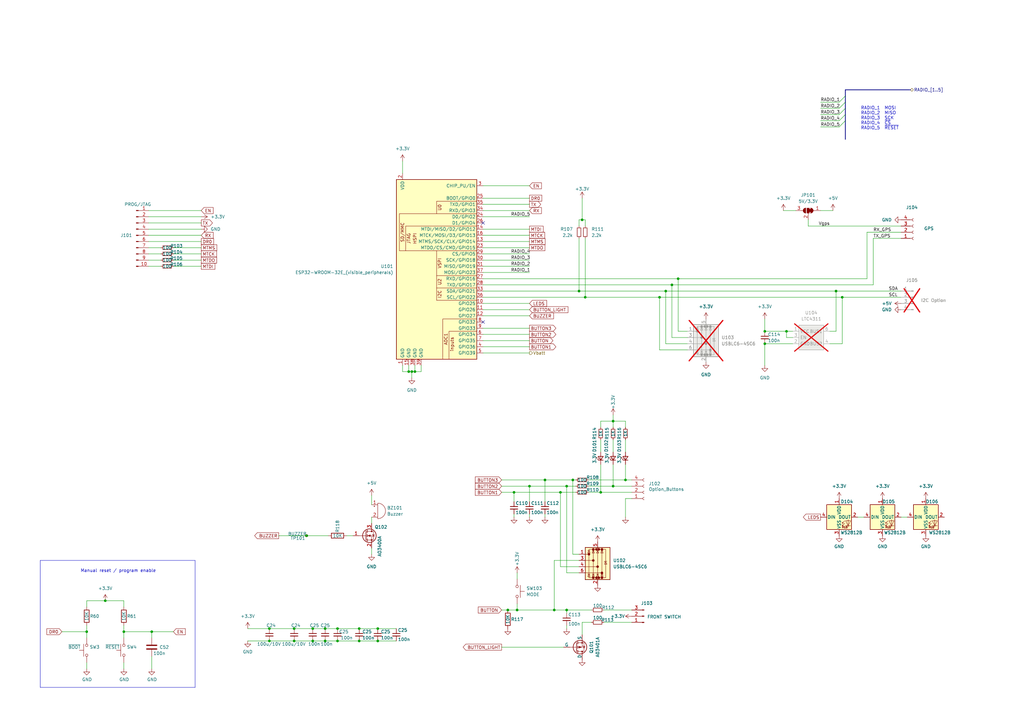
<source format=kicad_sch>
(kicad_sch (version 20231120) (generator "eeschema") (generator_version "8.0")
  (paper "A3")
  (junction (at 35.56 259.08))
  (junction (at 278.13 114.3))
  (junction (at 128.27 262.89))
  (junction (at 223.52 196.85))
  (junction (at 313.69 140.97))
  (junction (at 138.43 257.81))
  (junction (at 212.09 250.19))
  (junction (at 232.41 199.39))
  (junction (at 128.27 257.81))
  (junction (at 50.8 259.08))
  (junction (at 232.41 250.19))
  (junction (at 256.54 196.85))
  (junction (at 154.94 257.81))
  (junction (at 154.94 262.89))
  (junction (at 120.65 262.89))
  (junction (at 167.64 152.4))
  (junction (at 208.28 250.19))
  (junction (at 110.49 262.89))
  (junction (at 125.73 219.71))
  (junction (at 43.18 246.38))
  (junction (at 133.35 257.81))
  (junction (at 133.35 262.89))
  (junction (at 313.69 135.89))
  (junction (at 138.43 262.89))
  (junction (at 170.18 152.4))
  (junction (at 345.44 121.92))
  (junction (at 275.59 116.84))
  (junction (at 270.51 121.92))
  (junction (at 240.03 121.92))
  (junction (at 62.23 259.08))
  (junction (at 251.46 199.39))
  (junction (at 210.82 201.93))
  (junction (at 342.9 119.38))
  (junction (at 234.95 196.85))
  (junction (at 238.76 90.17))
  (junction (at 229.87 201.93))
  (junction (at 120.65 257.81))
  (junction (at 147.32 262.89))
  (junction (at 227.33 250.19))
  (junction (at 237.49 119.38))
  (junction (at 322.58 135.89))
  (junction (at 110.49 257.81))
  (junction (at 147.32 257.81))
  (junction (at 217.17 199.39))
  (junction (at 246.38 201.93))
  (junction (at 168.91 152.4))
  (junction (at 251.46 172.72))
  (junction (at 273.05 119.38))
  (no_connect (at 198.12 132.08))
  (no_connect (at 198.12 91.44))
  (bus_entry (at 346.71 46.99) (size -2.54 2.54))
  (bus_entry (at 346.71 49.53) (size -2.54 2.54))
  (bus_entry (at 346.71 44.45) (size -2.54 2.54))
  (bus_entry (at 346.71 41.91) (size -2.54 2.54))
  (bus_entry (at 346.71 39.37) (size -2.54 2.54))
  (wire (pts (xy 205.74 196.85) (xy 223.52 196.85)))
  (wire (pts (xy 217.17 96.52) (xy 198.12 96.52)))
  (wire (pts (xy 110.49 257.81) (xy 120.65 257.81)))
  (wire (pts (xy 198.12 129.54) (xy 217.17 129.54)))
  (wire (pts (xy 232.41 234.95) (xy 237.49 234.95)))
  (wire (pts (xy 210.82 201.93) (xy 210.82 205.74)))
  (wire (pts (xy 198.12 104.14) (xy 217.17 104.14)))
  (wire (pts (xy 82.55 109.22) (xy 71.12 109.22)))
  (wire (pts (xy 205.74 265.43) (xy 231.14 265.43)))
  (wire (pts (xy 82.55 99.06) (xy 60.96 99.06)))
  (bus (pts (xy 346.71 46.99) (xy 346.71 49.53)))
  (wire (pts (xy 240.03 121.92) (xy 270.51 121.92)))
  (wire (pts (xy 198.12 109.22) (xy 217.17 109.22)))
  (wire (pts (xy 125.73 219.71) (xy 134.62 219.71)))
  (wire (pts (xy 281.94 143.51) (xy 270.51 143.51)))
  (wire (pts (xy 358.14 97.79) (xy 358.14 116.84)))
  (wire (pts (xy 251.46 172.72) (xy 251.46 175.26)))
  (wire (pts (xy 168.91 152.4) (xy 168.91 154.94)))
  (wire (pts (xy 238.76 81.28) (xy 238.76 90.17)))
  (wire (pts (xy 82.55 101.6) (xy 71.12 101.6)))
  (wire (pts (xy 152.4 212.09) (xy 152.4 214.63)))
  (wire (pts (xy 336.55 49.53) (xy 344.17 49.53)))
  (wire (pts (xy 275.59 116.84) (xy 198.12 116.84)))
  (wire (pts (xy 237.49 229.87) (xy 227.33 229.87)))
  (wire (pts (xy 120.65 262.89) (xy 128.27 262.89)))
  (wire (pts (xy 168.91 152.4) (xy 170.18 152.4)))
  (wire (pts (xy 256.54 204.47) (xy 256.54 212.09)))
  (wire (pts (xy 217.17 210.82) (xy 217.17 212.09)))
  (wire (pts (xy 198.12 142.24) (xy 217.17 142.24)))
  (wire (pts (xy 82.55 106.68) (xy 71.12 106.68)))
  (polyline (pts (xy 16.51 229.87) (xy 80.01 229.87)))
  (wire (pts (xy 138.43 257.81) (xy 147.32 257.81)))
  (wire (pts (xy 270.51 121.92) (xy 345.44 121.92)))
  (wire (pts (xy 217.17 199.39) (xy 232.41 199.39)))
  (wire (pts (xy 232.41 250.19) (xy 242.57 250.19)))
  (wire (pts (xy 238.76 90.17) (xy 240.03 90.17)))
  (wire (pts (xy 278.13 114.3) (xy 355.6 114.3)))
  (wire (pts (xy 210.82 201.93) (xy 229.87 201.93)))
  (wire (pts (xy 114.3 219.71) (xy 125.73 219.71)))
  (wire (pts (xy 325.12 140.97) (xy 313.69 140.97)))
  (wire (pts (xy 256.54 196.85) (xy 259.08 196.85)))
  (wire (pts (xy 133.35 262.89) (xy 138.43 262.89)))
  (wire (pts (xy 322.58 138.43) (xy 322.58 135.89)))
  (wire (pts (xy 170.18 152.4) (xy 172.72 152.4)))
  (wire (pts (xy 351.79 212.09) (xy 354.33 212.09)))
  (wire (pts (xy 270.51 143.51) (xy 270.51 121.92)))
  (wire (pts (xy 325.12 135.89) (xy 322.58 135.89)))
  (wire (pts (xy 336.55 41.91) (xy 344.17 41.91)))
  (wire (pts (xy 35.56 246.38) (xy 43.18 246.38)))
  (wire (pts (xy 281.94 135.89) (xy 278.13 135.89)))
  (wire (pts (xy 82.55 88.9) (xy 60.96 88.9)))
  (wire (pts (xy 251.46 180.34) (xy 251.46 185.42)))
  (wire (pts (xy 198.12 144.78) (xy 217.17 144.78)))
  (wire (pts (xy 241.3 196.85) (xy 256.54 196.85)))
  (wire (pts (xy 50.8 256.54) (xy 50.8 259.08)))
  (wire (pts (xy 198.12 137.16) (xy 217.17 137.16)))
  (wire (pts (xy 273.05 140.97) (xy 273.05 119.38)))
  (wire (pts (xy 165.1 66.04) (xy 165.1 71.12)))
  (wire (pts (xy 66.04 101.6) (xy 60.96 101.6)))
  (wire (pts (xy 198.12 81.28) (xy 217.17 81.28)))
  (wire (pts (xy 50.8 259.08) (xy 62.23 259.08)))
  (wire (pts (xy 198.12 106.68) (xy 217.17 106.68)))
  (wire (pts (xy 340.36 135.89) (xy 342.9 135.89)))
  (wire (pts (xy 229.87 201.93) (xy 236.22 201.93)))
  (wire (pts (xy 369.57 92.71) (xy 331.47 92.71)))
  (wire (pts (xy 241.3 201.93) (xy 246.38 201.93)))
  (wire (pts (xy 133.35 257.81) (xy 138.43 257.81)))
  (wire (pts (xy 273.05 119.38) (xy 342.9 119.38)))
  (wire (pts (xy 198.12 139.7) (xy 217.17 139.7)))
  (wire (pts (xy 212.09 247.65) (xy 212.09 250.19)))
  (wire (pts (xy 234.95 227.33) (xy 234.95 196.85)))
  (wire (pts (xy 232.41 256.54) (xy 232.41 257.81)))
  (wire (pts (xy 43.18 246.38) (xy 50.8 246.38)))
  (wire (pts (xy 240.03 97.79) (xy 240.03 121.92)))
  (wire (pts (xy 232.41 250.19) (xy 232.41 251.46)))
  (wire (pts (xy 232.41 250.19) (xy 227.33 250.19)))
  (wire (pts (xy 227.33 229.87) (xy 227.33 250.19)))
  (wire (pts (xy 35.56 259.08) (xy 35.56 261.62)))
  (wire (pts (xy 165.1 152.4) (xy 165.1 149.86)))
  (wire (pts (xy 152.4 227.33) (xy 152.4 224.79)))
  (wire (pts (xy 154.94 257.81) (xy 162.56 257.81)))
  (wire (pts (xy 278.13 135.89) (xy 278.13 114.3)))
  (wire (pts (xy 198.12 88.9) (xy 217.17 88.9)))
  (wire (pts (xy 251.46 190.5) (xy 251.46 199.39)))
  (wire (pts (xy 101.6 257.81) (xy 110.49 257.81)))
  (wire (pts (xy 342.9 119.38) (xy 342.9 135.89)))
  (wire (pts (xy 281.94 140.97) (xy 273.05 140.97)))
  (wire (pts (xy 128.27 257.81) (xy 133.35 257.81)))
  (wire (pts (xy 217.17 93.98) (xy 198.12 93.98)))
  (wire (pts (xy 237.49 227.33) (xy 234.95 227.33)))
  (wire (pts (xy 50.8 261.62) (xy 50.8 259.08)))
  (wire (pts (xy 198.12 119.38) (xy 237.49 119.38)))
  (wire (pts (xy 35.56 246.38) (xy 35.56 248.92)))
  (wire (pts (xy 82.55 91.44) (xy 60.96 91.44)))
  (wire (pts (xy 223.52 196.85) (xy 234.95 196.85)))
  (wire (pts (xy 82.55 96.52) (xy 60.96 96.52)))
  (wire (pts (xy 152.4 203.2) (xy 152.4 207.01)))
  (wire (pts (xy 237.49 119.38) (xy 273.05 119.38)))
  (wire (pts (xy 251.46 199.39) (xy 259.08 199.39)))
  (wire (pts (xy 229.87 232.41) (xy 237.49 232.41)))
  (wire (pts (xy 35.56 274.32) (xy 35.56 271.78)))
  (wire (pts (xy 355.6 95.25) (xy 369.57 95.25)))
  (wire (pts (xy 247.65 250.19) (xy 259.08 250.19)))
  (wire (pts (xy 198.12 124.46) (xy 217.17 124.46)))
  (wire (pts (xy 101.6 262.89) (xy 110.49 262.89)))
  (wire (pts (xy 217.17 199.39) (xy 217.17 205.74)))
  (wire (pts (xy 35.56 259.08) (xy 25.4 259.08)))
  (wire (pts (xy 62.23 259.08) (xy 62.23 261.62)))
  (wire (pts (xy 247.65 255.27) (xy 259.08 255.27)))
  (wire (pts (xy 246.38 175.26) (xy 246.38 172.72)))
  (wire (pts (xy 322.58 135.89) (xy 313.69 135.89)))
  (wire (pts (xy 313.69 140.97) (xy 313.69 149.86)))
  (wire (pts (xy 66.04 104.14) (xy 60.96 104.14)))
  (wire (pts (xy 340.36 140.97) (xy 345.44 140.97)))
  (wire (pts (xy 170.18 152.4) (xy 170.18 149.86)))
  (wire (pts (xy 110.49 262.89) (xy 120.65 262.89)))
  (wire (pts (xy 205.74 250.19) (xy 208.28 250.19)))
  (wire (pts (xy 198.12 134.62) (xy 217.17 134.62)))
  (wire (pts (xy 229.87 201.93) (xy 229.87 232.41)))
  (wire (pts (xy 325.12 138.43) (xy 322.58 138.43)))
  (wire (pts (xy 128.27 262.89) (xy 133.35 262.89)))
  (wire (pts (xy 341.63 86.36) (xy 336.55 86.36)))
  (wire (pts (xy 256.54 190.5) (xy 256.54 196.85)))
  (wire (pts (xy 278.13 114.3) (xy 198.12 114.3)))
  (wire (pts (xy 241.3 199.39) (xy 251.46 199.39)))
  (wire (pts (xy 50.8 246.38) (xy 50.8 248.92)))
  (wire (pts (xy 326.39 86.36) (xy 321.31 86.36)))
  (wire (pts (xy 147.32 262.89) (xy 154.94 262.89)))
  (polyline (pts (xy 80.01 281.94) (xy 16.51 281.94)))
  (wire (pts (xy 208.28 250.19) (xy 212.09 250.19)))
  (wire (pts (xy 246.38 201.93) (xy 259.08 201.93)))
  (wire (pts (xy 251.46 170.18) (xy 251.46 172.72)))
  (wire (pts (xy 256.54 180.34) (xy 256.54 185.42)))
  (wire (pts (xy 369.57 212.09) (xy 372.11 212.09)))
  (wire (pts (xy 66.04 109.22) (xy 60.96 109.22)))
  (wire (pts (xy 256.54 172.72) (xy 256.54 175.26)))
  (wire (pts (xy 142.24 219.71) (xy 144.78 219.71)))
  (wire (pts (xy 198.12 127) (xy 217.17 127)))
  (bus (pts (xy 373.38 36.83) (xy 346.71 36.83)))
  (wire (pts (xy 212.09 234.95) (xy 212.09 237.49)))
  (wire (pts (xy 217.17 99.06) (xy 198.12 99.06)))
  (wire (pts (xy 281.94 138.43) (xy 275.59 138.43)))
  (wire (pts (xy 165.1 152.4) (xy 167.64 152.4)))
  (wire (pts (xy 223.52 196.85) (xy 223.52 205.74)))
  (wire (pts (xy 358.14 97.79) (xy 369.57 97.79)))
  (polyline (pts (xy 16.51 281.94) (xy 16.51 229.87)))
  (wire (pts (xy 275.59 116.84) (xy 275.59 138.43)))
  (wire (pts (xy 167.64 152.4) (xy 168.91 152.4)))
  (wire (pts (xy 237.49 90.17) (xy 238.76 90.17)))
  (wire (pts (xy 205.74 199.39) (xy 217.17 199.39)))
  (wire (pts (xy 246.38 190.5) (xy 246.38 201.93)))
  (wire (pts (xy 232.41 199.39) (xy 236.22 199.39)))
  (wire (pts (xy 35.56 256.54) (xy 35.56 259.08)))
  (wire (pts (xy 82.55 104.14) (xy 71.12 104.14)))
  (wire (pts (xy 238.76 255.27) (xy 242.57 255.27)))
  (wire (pts (xy 313.69 135.89) (xy 313.69 130.81)))
  (wire (pts (xy 336.55 46.99) (xy 344.17 46.99)))
  (wire (pts (xy 198.12 111.76) (xy 217.17 111.76)))
  (wire (pts (xy 217.17 101.6) (xy 198.12 101.6)))
  (wire (pts (xy 240.03 90.17) (xy 240.03 92.71)))
  (wire (pts (xy 355.6 95.25) (xy 355.6 114.3)))
  (wire (pts (xy 237.49 90.17) (xy 237.49 92.71)))
  (bus (pts (xy 346.71 36.83) (xy 346.71 39.37)))
  (wire (pts (xy 259.08 204.47) (xy 256.54 204.47)))
  (wire (pts (xy 147.32 257.81) (xy 154.94 257.81)))
  (wire (pts (xy 62.23 269.24) (xy 62.23 274.32)))
  (wire (pts (xy 234.95 196.85) (xy 236.22 196.85)))
  (polyline (pts (xy 80.01 229.87) (xy 80.01 281.94)))
  (wire (pts (xy 154.94 262.89) (xy 162.56 262.89)))
  (wire (pts (xy 82.55 86.36) (xy 60.96 86.36)))
  (wire (pts (xy 62.23 259.08) (xy 71.12 259.08)))
  (wire (pts (xy 212.09 250.19) (xy 227.33 250.19)))
  (wire (pts (xy 251.46 172.72) (xy 256.54 172.72)))
  (bus (pts (xy 346.71 41.91) (xy 346.71 44.45)))
  (wire (pts (xy 275.59 116.84) (xy 358.14 116.84)))
  (wire (pts (xy 50.8 274.32) (xy 50.8 271.78)))
  (wire (pts (xy 217.17 86.36) (xy 198.12 86.36)))
  (wire (pts (xy 336.55 52.07) (xy 344.17 52.07)))
  (wire (pts (xy 138.43 262.89) (xy 147.32 262.89)))
  (wire (pts (xy 237.49 97.79) (xy 237.49 119.38)))
  (wire (pts (xy 217.17 83.82) (xy 198.12 83.82)))
  (wire (pts (xy 246.38 180.34) (xy 246.38 185.42)))
  (wire (pts (xy 217.17 76.2) (xy 198.12 76.2)))
  (wire (pts (xy 246.38 172.72) (xy 251.46 172.72)))
  (wire (pts (xy 172.72 149.86) (xy 172.72 152.4)))
  (wire (pts (xy 210.82 210.82) (xy 210.82 212.09)))
  (wire (pts (xy 223.52 210.82) (xy 223.52 212.09)))
  (wire (pts (xy 167.64 149.86) (xy 167.64 152.4)))
  (wire (pts (xy 345.44 121.92) (xy 369.57 121.92)))
  (wire (pts (xy 198.12 121.92) (xy 240.03 121.92)))
  (wire (pts (xy 205.74 201.93) (xy 210.82 201.93)))
  (wire (pts (xy 331.47 90.17) (xy 331.47 92.71)))
  (wire (pts (xy 66.04 106.68) (xy 60.96 106.68)))
  (wire (pts (xy 336.55 44.45) (xy 344.17 44.45)))
  (wire (pts (xy 120.65 257.81) (xy 128.27 257.81)))
  (wire (pts (xy 232.41 199.39) (xy 232.41 234.95)))
  (bus (pts (xy 346.71 49.53) (xy 346.71 57.15)))
  (bus (pts (xy 346.71 39.37) (xy 346.71 41.91)))
  (bus (pts (xy 346.71 44.45) (xy 346.71 46.99)))
  (wire (pts (xy 345.44 121.92) (xy 345.44 140.97)))
  (wire (pts (xy 342.9 119.38) (xy 369.57 119.38)))
  (wire (pts (xy 238.76 260.35) (xy 238.76 255.27)))
  (wire (pts (xy 82.55 93.98) (xy 60.96 93.98)))
  (text "RADIO_1  MOSI\nRADIO_2  MISO\nRADIO_3  SCK\nRADIO_4  ~{CS}\nRADIO_5  ~{RESET}\n" (at 353.06 53.34 0) (effects (font (size 1.27 1.27)) (justify left bottom)))
  (text "Manual reset / program enable" (at 33.02 234.95 0) (effects (font (size 1.27 1.27)) (justify left bottom)))
  (label "RADIO_2" (at 209.55 109.22 0))
  (label "RADIO_3" (at 336.55 46.99 0))
  (label "RX_GPS" (at 358.14 95.25 0))
  (label "SCL" (at 364.49 121.92 0))
  (label "RADIO_4" (at 209.55 104.14 0))
  (label "RADIO_5" (at 336.55 52.07 0))
  (label "RADIO_5" (at 209.55 88.9 0))
  (label "RADIO_1" (at 209.55 111.76 0))
  (label "RADIO_2" (at 336.55 44.45 0))
  (label "RADIO_3" (at 209.55 106.68 0))
  (label "SDA" (at 364.49 119.38 0))
  (label "TX_GPS" (at 358.14 97.79 0))
  (label "RADIO_4" (at 336.55 49.53 0))
  (label "Vgps" (at 340.36 92.71 180))
  (label "RADIO_1" (at 336.55 41.91 0))
  (global_label "MTDO" (shape passive) (at 82.55 106.68 0) (property "Intersheetrefs" "${INTERSHEET_REFS}" (effects (hide yes))))
  (global_label "MTDI" (shape passive) (at 217.17 93.98 0) (property "Intersheetrefs" "${INTERSHEET_REFS}" (effects (hide yes))))
  (global_label "MTMS" (shape passive) (at 82.55 101.6 0) (property "Intersheetrefs" "${INTERSHEET_REFS}" (effects (hide yes))))
  (global_label "MTCK" (shape passive) (at 82.55 104.14 0) (property "Intersheetrefs" "${INTERSHEET_REFS}" (effects (hide yes))))
  (global_label "BUTTON" (shape input) (at 205.74 250.19 180) (property "Intersheetrefs" "${INTERSHEET_REFS}" (effects (hide yes))))
  (global_label "MTDI" (shape passive) (at 82.55 109.22 0) (property "Intersheetrefs" "${INTERSHEET_REFS}" (effects (hide yes))))
  (global_label "MTCK" (shape passive) (at 217.17 96.52 0) (property "Intersheetrefs" "${INTERSHEET_REFS}" (effects (hide yes))))
  (global_label "BUTTON1" (shape input) (at 205.74 201.93 180) (property "Intersheetrefs" "${INTERSHEET_REFS}" (effects (hide yes))))
  (global_label "BUTTON2" (shape output) (at 217.17 137.16 0) (property "Intersheetrefs" "${INTERSHEET_REFS}" (effects (hide yes))))
  (global_label "BUTTON_LIGHT" (shape output) (at 205.74 265.43 180) (property "Intersheetrefs" "${INTERSHEET_REFS}" (effects (hide yes))))
  (global_label "TX" (shape output) (at 82.55 91.44 0) (property "Intersheetrefs" "${INTERSHEET_REFS}" (effects (hide yes))))
  (global_label "BUTTON3" (shape output) (at 217.17 134.62 0) (property "Intersheetrefs" "${INTERSHEET_REFS}" (effects (hide yes))))
  (global_label "DR0" (shape input) (at 25.4 259.08 180) (property "Intersheetrefs" "${INTERSHEET_REFS}" (effects (hide yes))))
  (global_label "EN" (shape input) (at 71.12 259.08 0) (property "Intersheetrefs" "${INTERSHEET_REFS}" (effects (hide yes))))
  (global_label "MTDO" (shape passive) (at 217.17 101.6 0) (property "Intersheetrefs" "${INTERSHEET_REFS}" (effects (hide yes))))
  (global_label "BUTTON" (shape output) (at 217.17 139.7 0) (property "Intersheetrefs" "${INTERSHEET_REFS}" (effects (hide yes))))
  (global_label "TX" (shape output) (at 217.17 83.82 0) (property "Intersheetrefs" "${INTERSHEET_REFS}" (effects (hide yes))))
  (global_label "BUTTON3" (shape input) (at 205.74 196.85 180) (property "Intersheetrefs" "${INTERSHEET_REFS}" (effects (hide yes))))
  (global_label "BUTTON2" (shape input) (at 205.74 199.39 180) (property "Intersheetrefs" "${INTERSHEET_REFS}" (effects (hide yes))))
  (global_label "BUZZER" (shape output) (at 114.3 219.71 180) (property "Intersheetrefs" "${INTERSHEET_REFS}" (effects (hide yes))))
  (global_label "EN" (shape input) (at 217.17 76.2 0) (property "Intersheetrefs" "${INTERSHEET_REFS}" (effects (hide yes))))
  (global_label "BUZZER" (shape input) (at 217.17 129.54 0) (property "Intersheetrefs" "${INTERSHEET_REFS}" (effects (hide yes))))
  (global_label "BUTTON1" (shape output) (at 217.17 142.24 0) (property "Intersheetrefs" "${INTERSHEET_REFS}" (effects (hide yes))))
  (global_label "BUTTON_LIGHT" (shape input) (at 217.17 127 0) (property "Intersheetrefs" "${INTERSHEET_REFS}" (effects (hide yes))))
  (global_label "RX" (shape input) (at 82.55 96.52 0) (property "Intersheetrefs" "${INTERSHEET_REFS}" (effects (hide yes))))
  (global_label "EN" (shape input) (at 82.55 86.36 0) (property "Intersheetrefs" "${INTERSHEET_REFS}" (effects (hide yes))))
  (global_label "LEDS" (shape output) (at 336.55 212.09 180) (property "Intersheetrefs" "${INTERSHEET_REFS}" (effects (hide yes))))
  (global_label "RX" (shape input) (at 217.17 86.36 0) (property "Intersheetrefs" "${INTERSHEET_REFS}" (effects (hide yes))))
  (global_label "MTMS" (shape passive) (at 217.17 99.06 0) (property "Intersheetrefs" "${INTERSHEET_REFS}" (effects (hide yes))))
  (global_label "DR0" (shape passive) (at 217.17 81.28 0) (property "Intersheetrefs" "${INTERSHEET_REFS}" (effects (hide yes))))
  (global_label "LEDS" (shape input) (at 217.17 124.46 0) (property "Intersheetrefs" "${INTERSHEET_REFS}" (effects (hide yes))))
  (global_label "DR0" (shape passive) (at 82.55 99.06 0) (property "Intersheetrefs" "${INTERSHEET_REFS}" (effects (hide yes))))
  (hierarchical_label "Vbatt" (shape output) (at 217.17 144.78 0))
  (hierarchical_label "RADIO_[1..5]" (shape bidirectional) (at 373.38 36.83 0))
  (symbol (lib_id "power:GND") (at 369.57 90.17 270) (mirror x) (unit 1)
    (property "Reference" "#PWR0132" (effects (hide yes)))
    (property "Value" "GND" (at 365.76 90.1699 90) (effects (justify right)))
  )
  (symbol (lib_id "Device:C_Small") (at 217.17 208.28 0) (unit 1)
    (property "Reference" "C111" (at 217.805 206.375 0) (effects (justify left)))
    (property "Value" "100n" (at 217.805 210.185 0) (effects (justify left)))
    (property "Footprint" "A_Device:C_0603" (effects (hide yes)))
    (property "LCSC" "C14663" (effects (hide yes)))
  )
  (symbol (lib_id "Device:LED_Small") (at 246.38 187.96 90) (unit 1)
    (property "Reference" "D101" (at 243.84 182.88 0))
    (property "Value" "3.3V" (at 243.84 187.96 0))
    (property "Footprint" "A_Device:LED_0805" (effects (hide yes)))
    (property "Datasheet" "https://datasheet.lcsc.com/szlcsc/Hubei-KENTO-Elec-KT-0603R_C2286.pdf" (effects (hide yes)))
    (property "LCSC" "C2297" (effects (hide yes)))
  )
  (symbol (lib_id "power:+3.3V") (at 43.18 246.38 0) (unit 1)
    (property "Reference" "#PWR0102" (effects (hide yes)))
    (property "Value" "+3.3V" (at 43.18 241.3 0))
  )
  (symbol (lib_id "Device:C_Small") (at 210.82 208.28 0) (unit 1)
    (property "Reference" "C110" (at 211.455 206.375 0) (effects (justify left)))
    (property "Value" "100n" (at 211.455 210.185 0) (effects (justify left)))
    (property "Footprint" "A_Device:C_0603" (effects (hide yes)))
    (property "LCSC" "C14663" (effects (hide yes)))
  )
  (symbol (lib_id "Jumper:SolderJumper_3_Bridged12") (at 331.47 86.36 0) (mirror y) (unit 1) (in_bom no)
    (property "Reference" "JP101" (at 331.47 80.01 0))
    (property "Value" "5V/3.3V" (at 331.47 82.55 0))
    (property "Footprint" "Jumper:SolderJumper-3_P1.3mm_Bridged12_RoundedPad1.0x1.5mm" (effects (hide yes)))
  )
  (symbol (lib_id "Device:C_Small") (at 120.65 260.35 0) (unit 1)
    (property "Reference" "C24" (at 119.38 256.54 0) (effects (justify left)))
    (property "Value" "100u/10V" (at 115.57 264.16 0) (effects (justify left)))
    (property "Footprint" "Capacitor_SMD:C_1210_3225Metric" (effects (hide yes)))
    (property "LCSC" "C23742" (effects (hide yes)))
    (instances (project "NIKOLA-02-E-001_PCAScannerController_R1" (path "" (reference "C24") (unit 1))) (project "Robobuoy-Top-V2_0" (path "" (reference "C103") (unit 1))))
  )
  (symbol (lib_id "Device:R_Small") (at 245.11 250.19 90) (mirror x) (unit 1)
    (property "Reference" "R112" (at 249.428 249.174 90))
    (property "Value" "100" (at 245.11 248.412 90))
    (property "Footprint" "A_Device:R_0603" (effects (hide yes)))
    (property "LCSC" "C22775" (effects (hide yes)))
  )
  (symbol (lib_id "NicE:LTC4311") (at 332.74 138.43 0) (unit 1) (in_bom no) (dnp yes)
    (property "Reference" "U104" (at 332.74 128.27 0))
    (property "Value" "LTC4311" (at 332.74 130.81 0))
    (property "Footprint" "Package_TO_SOT_SMD:Texas_R-PDSO-G6" (effects (hide yes)))
    (property "Datasheet" "https://wmsc.lcsc.com/wmsc/upload/file/pdf/v2/lcsc/2110081830_Analog-Devices-LTC4311CSC6-TRPBF_C580856.pdf" (effects (hide yes)))
    (property "Description" "Accelerator 1 I2C SC-70-6 Signal Buffers, Repeaters, Splitters ROHS" (effects (hide yes)))
    (property "LCSC" "C580856" (effects (hide yes)))
  )
  (symbol (lib_id "power:GND") (at 50.8 274.32 0) (unit 1)
    (property "Reference" "#PWR0123" (effects (hide yes)))
    (property "Value" "GND" (at 50.927 278.7142 0))
    (instances (project "Smartbox4.0_V1.3" (path "" (reference "#PWR0123") (unit 1))) (project "Robobuoy-Top-V2_0" (path "" (reference "#PWR0103") (unit 1))))
  )
  (symbol (lib_id "power:GND") (at 361.95 219.71 0) (unit 1)
    (property "Reference" "#PWR0131" (effects (hide yes)))
    (property "Value" "GND" (at 361.95 224.155 0))
  )
  (symbol (lib_id "Switch:SW_Push") (at 50.8 266.7 90) (unit 1) (in_bom no)
    (property "Reference" "SW4" (at 52.0192 265.3792 90) (effects (justify right)))
    (property "Value" "~{RESET}" (at 43.18 265.43 90) (effects (justify right)))
    (property "Footprint" "Connector_PinHeader_2.54mm:PinHeader_1x02_P2.54mm_Vertical" (effects (hide yes)))
    (property "Farnell" "-" (effects (hide yes)))
    (instances (project "Smartbox4.0_V1.3" (path "" (reference "SW4") (unit 1))) (project "Robobuoy-Top-V2_0" (path "" (reference "SW102") (unit 1))))
  )
  (symbol (lib_id "Device:C_Small") (at 162.56 260.35 0) (unit 1)
    (property "Reference" "C25" (at 163.195 258.445 0) (effects (justify left)))
    (property "Value" "100n" (at 163.195 262.255 0) (effects (justify left)))
    (property "Footprint" "A_Device:C_0603" (effects (hide yes)))
    (property "LCSC" "C14663" (effects (hide yes)))
    (instances (project "NIKOLA-02-E-001_PCAScannerController_R1" (path "" (reference "C25") (unit 1))) (project "Robobuoy-Top-V2_0" (path "" (reference "C109") (unit 1))))
  )
  (symbol (lib_id "Connector:Conn_01x04_Pin") (at 374.65 121.92 0) (mirror y) (unit 1) (in_bom no) (dnp yes)
    (property "Reference" "J105" (at 374.015 114.935 0))
    (property "Value" "I2C Option" (at 382.905 123.19 0))
    (property "Footprint" "Connector_PinSocket_2.54mm:PinSocket_1x04_P2.54mm_Vertical" (effects (hide yes)))
    (property "LCSC" "C2718488" (effects (hide yes)))
  )
  (symbol (lib_id "power:+5V") (at 341.63 86.36 0) (mirror y) (unit 1)
    (property "Reference" "#PWR0127" (effects (hide yes)))
    (property "Value" "+5V" (at 341.63 81.28 0))
  )
  (symbol (lib_id "power:GND") (at 210.82 212.09 0) (mirror y) (unit 1)
    (property "Reference" "#PWR0111" (effects (hide yes)))
    (property "Value" "GND" (effects (hide yes)))
  )
  (symbol (lib_id "Device:R") (at 50.8 252.73 0) (unit 1)
    (property "Reference" "R61" (at 52.07 252.73 0) (effects (justify left)))
    (property "Value" "10K" (at 50.8 252.73 90))
    (property "Footprint" "A_Device:R_0603" (effects (hide yes)))
    (property "Farnell" "2331736" (effects (hide yes)))
    (property "MF" "TE CONNECTIVITY" (effects (hide yes)))
    (property "MFN" "CRGH0603F10K" (effects (hide yes)))
    (property "LCSC" "C25804" (effects (hide yes)))
    (instances (project "Smartbox4.0_V1.3" (path "" (reference "R61") (unit 1))) (project "Robobuoy-Top-V2_0" (path "" (reference "R102") (unit 1))))
  )
  (symbol (lib_id "power:GND") (at 217.17 212.09 0) (mirror y) (unit 1)
    (property "Reference" "#PWR0112" (effects (hide yes)))
    (property "Value" "GND" (effects (hide yes)))
  )
  (symbol (lib_id "Connector:Conn_01x04_Socket") (at 264.16 201.93 0) (mirror x) (unit 1)
    (property "Reference" "J102" (at 268.478 198.374 0))
    (property "Value" "Option_Buttons" (at 273.304 200.66 0))
    (property "Footprint" "Connector_JST:JST_XH_B4B-XH-A_1x04_P2.50mm_Vertical" (effects (hide yes)))
    (property "LCSC" "C5341203" (effects (hide yes)))
  )
  (symbol (lib_id "Connector:Conn_01x03_Pin") (at 264.16 252.73 180) (unit 1)
    (property "Reference" "J103" (at 262.89 247.396 0) (effects (justify right)))
    (property "Value" "FRONT SWITCH" (at 265.43 252.984 0) (effects (justify right)))
    (property "Footprint" "Connector_JST:JST_XH_B3B-XH-A_1x03_P2.50mm_Vertical" (effects (hide yes)))
    (property "Description" "Generic connector, single row, 01x03, script generated" (effects (hide yes)))
    (property "LCSC" "C5341202" (effects (hide yes)))
  )
  (symbol (lib_id "Device:R_Small") (at 237.49 95.25 0) (mirror y) (unit 1)
    (property "Reference" "R107" (at 234.95 93.98 0) (effects (justify left)))
    (property "Value" "2.2k" (at 234.95 96.52 0) (effects (justify left)))
    (property "Footprint" "A_Device:R_0603" (effects (hide yes)))
    (property "LCSC" "C4190" (effects (hide yes)))
  )
  (symbol (lib_id "Device:R_Small") (at 68.58 101.6 90) (unit 1)
    (property "Reference" "R103" (at 72.39 100.838 90))
    (property "Value" "100" (at 68.58 101.6 90))
    (property "Footprint" "A_Device:R_0603" (effects (hide yes)))
    (property "Description" "Resistor, small symbol" (effects (hide yes)))
    (property "LCSC" "C22775" (effects (hide yes)))
  )
  (symbol (lib_id "power:+3.3V") (at 313.69 130.81 0) (mirror y) (unit 1)
    (property "Reference" "#PWR0124" (effects (hide yes)))
    (property "Value" "+3.3V" (at 313.69 125.73 0))
  )
  (symbol (lib_id "Device:C_Small") (at 110.49 260.35 0) (unit 1)
    (property "Reference" "C24" (at 109.22 256.54 0) (effects (justify left)))
    (property "Value" "100u/10V" (at 105.41 264.16 0) (effects (justify left)))
    (property "Footprint" "Capacitor_SMD:C_1210_3225Metric" (effects (hide yes)))
    (property "LCSC" "C23742" (effects (hide yes)))
    (instances (project "NIKOLA-02-E-001_PCAScannerController_R1" (path "" (reference "C24") (unit 1))) (project "Robobuoy-Top-V2_0" (path "" (reference "C102") (unit 1))))
  )
  (symbol (lib_id "Device:R_Small") (at 251.46 177.8 0) (unit 1)
    (property "Reference" "R115" (at 248.92 177.8 90))
    (property "Value" "1K" (at 251.46 177.8 90))
    (property "Footprint" "A_Device:R_0603" (effects (hide yes)))
    (property "LCSC" "C21190" (effects (hide yes)))
  )
  (symbol (lib_id "power:GND") (at 35.56 274.32 0) (unit 1)
    (property "Reference" "#PWR081" (effects (hide yes)))
    (property "Value" "GND" (at 35.687 278.7142 0))
    (instances (project "Smartbox4.0_V1.3" (path "" (reference "#PWR081") (unit 1))) (project "Robobuoy-Top-V2_0" (path "" (reference "#PWR0101") (unit 1))))
  )
  (symbol (lib_id "Device:R") (at 208.28 254 0) (unit 1)
    (property "Reference" "R117" (at 209.55 254 0) (effects (justify left)))
    (property "Value" "10K" (at 208.28 254 90))
    (property "Footprint" "A_Device:R_0603" (effects (hide yes)))
    (property "Farnell" "2331736" (effects (hide yes)))
    (property "MF" "TE CONNECTIVITY" (effects (hide yes)))
    (property "MFN" "CRGH0603F10K" (effects (hide yes)))
    (property "LCSC" "C25804" (effects (hide yes)))
  )
  (symbol (lib_id "Device:C_Small") (at 223.52 208.28 0) (unit 1)
    (property "Reference" "C112" (at 224.155 206.375 0) (effects (justify left)))
    (property "Value" "100n" (at 224.155 210.185 0) (effects (justify left)))
    (property "Footprint" "A_Device:C_0603" (effects (hide yes)))
    (property "LCSC" "C14663" (effects (hide yes)))
  )
  (symbol (lib_id "Switch:SW_Push") (at 212.09 242.57 270) (mirror x) (unit 1)
    (property "Reference" "SW103" (at 215.9 241.2999 90) (effects (justify left)))
    (property "Value" "MODE" (at 215.9 243.8399 90) (effects (justify left)))
    (property "Footprint" "Button_Switch_SMD:SW_SPST_TL3342" (effects (hide yes)))
    (property "Description" "Push button switch, generic, two pins" (effects (hide yes)))
    (property "LCSC" "C318884" (effects (hide yes)))
  )
  (symbol (lib_id "power:GND") (at 208.28 257.81 0) (mirror y) (unit 1)
    (property "Reference" "#PWR0139" (effects (hide yes)))
    (property "Value" "GND" (effects (hide yes)))
  )
  (symbol (lib_id "Device:R_Small") (at 238.76 199.39 90) (mirror x) (unit 1)
    (property "Reference" "R109" (at 243.078 198.374 90))
    (property "Value" "100" (at 238.76 199.39 90))
    (property "Footprint" "A_Device:R_0603" (effects (hide yes)))
    (property "LCSC" "C22775" (effects (hide yes)))
  )
  (symbol (lib_id "Device:R") (at 138.43 219.71 90) (unit 1)
    (property "Reference" "R118" (at 138.43 218.44 0) (effects (justify left)))
    (property "Value" "10K" (at 138.43 219.71 90))
    (property "Footprint" "A_Device:R_0603" (effects (hide yes)))
    (property "Farnell" "2331736" (effects (hide yes)))
    (property "MF" "TE CONNECTIVITY" (effects (hide yes)))
    (property "MFN" "CRGH0603F10K" (effects (hide yes)))
    (property "LCSC" "C25804" (effects (hide yes)))
  )
  (symbol (lib_id "Device:R_Small") (at 240.03 95.25 0) (unit 1)
    (property "Reference" "R111" (at 242.57 93.98 0) (effects (justify left)))
    (property "Value" "2.2k" (at 242.57 96.52 0) (effects (justify left)))
    (property "Footprint" "A_Device:R_0603" (effects (hide yes)))
    (property "LCSC" "C4190" (effects (hide yes)))
  )
  (symbol (lib_id "Device:R_Small") (at 68.58 104.14 90) (unit 1)
    (property "Reference" "R104" (at 72.39 103.378 90))
    (property "Value" "100" (at 68.58 104.14 90))
    (property "Footprint" "A_Device:R_0603" (effects (hide yes)))
    (property "Description" "Resistor, small symbol" (effects (hide yes)))
    (property "LCSC" "C22775" (effects (hide yes)))
  )
  (symbol (lib_id "Device:C_Small") (at 133.35 260.35 0) (unit 1)
    (property "Reference" "C25" (at 131.445 256.54 0) (effects (justify left)))
    (property "Value" "100n" (at 131.445 264.16 0) (effects (justify left)))
    (property "Footprint" "A_Device:C_0603" (effects (hide yes)))
    (property "LCSC" "C14663" (effects (hide yes)))
    (instances (project "NIKOLA-02-E-001_PCAScannerController_R1" (path "" (reference "C25") (unit 1))) (project "Robobuoy-Top-V2_0" (path "" (reference "C105") (unit 1))))
  )
  (symbol (lib_id "power:+3.3V") (at 245.11 222.25 0) (unit 1)
    (property "Reference" "#PWR0117" (effects (hide yes)))
    (property "Value" "+3.3V" (at 245.11 217.17 0))
  )
  (symbol (lib_id "Device:R_Small") (at 238.76 201.93 90) (mirror x) (unit 1)
    (property "Reference" "R110" (at 243.078 200.914 90))
    (property "Value" "100" (at 238.76 201.93 90))
    (property "Footprint" "A_Device:R_0603" (effects (hide yes)))
    (property "LCSC" "C22775" (effects (hide yes)))
  )
  (symbol (lib_id "power:GND") (at 379.73 219.71 0) (unit 1)
    (property "Reference" "#PWR0136" (effects (hide yes)))
    (property "Value" "GND" (at 379.73 224.155 0))
  )
  (symbol (lib_id "Device:R_Small") (at 68.58 106.68 90) (unit 1)
    (property "Reference" "R105" (at 72.39 105.918 90))
    (property "Value" "100" (at 68.58 106.68 90))
    (property "Footprint" "A_Device:R_0603" (effects (hide yes)))
    (property "Description" "Resistor, small symbol" (effects (hide yes)))
    (property "LCSC" "C22775" (effects (hide yes)))
  )
  (symbol (lib_id "LED:WS2812B") (at 344.17 212.09 0) (unit 1)
    (property "Reference" "D104" (at 347.345 205.74 0))
    (property "Value" "WS2812B" (at 349.25 218.44 0))
    (property "Footprint" "LED_SMD:LED_WS2812B_PLCC4_5.0x5.0mm_P3.2mm" (effects (hide yes)))
    (property "Datasheet" "https://cdn-shop.adafruit.com/datasheets/WS2812B.pdf" (effects (hide yes)))
    (property "LCSC" "C2843785" (effects (hide yes)))
  )
  (symbol (lib_id "power:GND") (at 369.57 127 270) (mirror x) (unit 1)
    (property "Reference" "#PWR0134" (effects (hide yes)))
    (property "Value" "GND" (at 365.76 127 90) (effects (justify right)))
  )
  (symbol (lib_id "Connector:TestPoint_Small") (at 125.73 219.71 0) (unit 1) (in_bom no)
    (property "Reference" "TP101" (at 119.126 220.726 0) (effects (justify left)))
    (property "Value" "BUZZER" (at 118.11 218.948 0) (effects (justify left)))
    (property "Footprint" "A_Pads_Pins:Testpad_2" (effects (hide yes)))
    (property "Description" "test point" (effects (hide yes)))
  )
  (symbol (lib_id "power:GND") (at 245.11 240.03 0) (mirror y) (unit 1)
    (property "Reference" "#PWR0118" (effects (hide yes)))
    (property "Value" "GND" (effects (hide yes)))
  )
  (symbol (lib_id "power:+3.3V") (at 289.56 130.81 0) (mirror y) (unit 1)
    (property "Reference" "#PWR0122" (effects (hide yes)))
    (property "Value" "+3.3V" (at 289.56 125.73 0))
  )
  (symbol (lib_id "power:GND") (at 238.76 270.51 0) (mirror y) (unit 1)
    (property "Reference" "#PWR0116" (effects (hide yes)))
    (property "Value" "GND" (effects (hide yes)))
  )
  (symbol (lib_id "power:+5V") (at 369.57 124.46 90) (mirror x) (unit 1)
    (property "Reference" "#PWR0133" (effects (hide yes)))
    (property "Value" "+5V" (at 365.76 124.4599 90) (effects (justify left)))
  )
  (symbol (lib_id "Airsupplies:ESP32-WROOM-32E_(visible_peripherals)") (at 179.07 110.49 0) (unit 1)
    (property "Reference" "U101" (at 161.29 109.22 0) (effects (justify right)))
    (property "Value" "ESP32-WROOM-32E_(visible_peripherals)" (at 161.29 111.76 0) (effects (justify right)))
    (property "Footprint" "A_Module:ESP32-WROOM-32" (effects (hide yes)))
    (property "LCSC" "C82899" (effects (hide yes)))
  )
  (symbol (lib_id "Device:Buzzer") (at 154.94 209.55 0) (unit 1)
    (property "Reference" "BZ101" (at 158.75 208.2799 0) (effects (justify left)))
    (property "Value" "Buzzer" (at 158.75 210.8199 0) (effects (justify left)))
    (property "Footprint" "A_Misc:Buzzer-12x6.5x5.2" (effects (hide yes)))
    (property "Description" "Buzzer, polarized" (effects (hide yes)))
    (property "LCSC" "C968749" (effects (hide yes)))
  )
  (symbol (lib_id "power:+3.3V") (at 101.6 257.81 0) (unit 1)
    (property "Reference" "#PWR0107" (effects (hide yes)))
    (property "Value" "+3.3V" (at 101.6 252.73 0))
  )
  (symbol (lib_id "power:GND") (at 152.4 227.33 0) (mirror y) (unit 1)
    (property "Reference" "#PWR0138" (effects (hide yes)))
    (property "Value" "GND" (at 152.4 232.41 0))
  )
  (symbol (lib_id "power:GND") (at 289.56 148.59 0) (mirror y) (unit 1)
    (property "Reference" "#PWR0123" (effects (hide yes)))
    (property "Value" "GND" (at 289.56 153.67 0))
  )
  (symbol (lib_id "power:GND") (at 232.41 257.81 0) (mirror y) (unit 1)
    (property "Reference" "#PWR0114" (effects (hide yes)))
    (property "Value" "GND" (effects (hide yes)))
  )
  (symbol (lib_id "Simulation_SPICE:PMOS") (at 236.22 265.43 0) (mirror x) (unit 1)
    (property "Reference" "Q101" (at 242.57 265.43 90))
    (property "Value" "A03401A" (at 245.11 265.43 90))
    (property "Footprint" "Package_TO_SOT_SMD:SOT-23" (effects (hide yes)))
    (property "Datasheet" "https://ngspice.sourceforge.io/docs/ngspice-html-manual/manual.xhtml#cha_MOSFETs" (effects (hide yes)))
    (property "Description" "P-MOSFET transistor, drain/source/gate" (effects (hide yes)))
    (property "Sim.Device" "PMOS" (effects (hide yes)))
    (property "Sim.Type" "VDMOS" (effects (hide yes)))
    (property "Sim.Pins" "1=D 2=G 3=S" (effects (hide yes)))
    (property "LCSC" "C15127" (effects (hide yes)))
  )
  (symbol (lib_id "Device:C") (at 62.23 265.43 0) (unit 1)
    (property "Reference" "C52" (at 65.405 265.43 0) (effects (justify left)))
    (property "Value" "100n" (at 62.865 267.97 0) (effects (justify left)))
    (property "Footprint" "A_Device:C_0603" (effects (hide yes)))
    (property "LCSC" "C14663" (effects (hide yes)))
    (instances (project "Smartbox4.0_V1.3" (path "" (reference "C52") (unit 1))) (project "Robobuoy-Top-V2_0" (path "" (reference "C101") (unit 1))))
  )
  (symbol (lib_id "Power_Protection:USBLC6-4SC6") (at 245.11 229.87 0) (unit 1)
    (property "Reference" "U102" (at 251.46 229.8699 0) (effects (justify left)))
    (property "Value" "USBLC6-4SC6" (at 251.46 232.4099 0) (effects (justify left)))
    (property "Footprint" "Package_TO_SOT_SMD:SOT-23-6" (effects (hide yes)))
    (property "Datasheet" "https://www.st.com/resource/en/datasheet/usblc6-4.pdf" (effects (hide yes)))
    (property "Description" "Very low capacitance ESD protection diode, 4 data-line, SOT-23-6" (effects (hide yes)))
    (property "LCSC" "C5197386" (effects (hide yes)))
  )
  (symbol (lib_id "power:+3.3V") (at 251.46 170.18 0) (unit 1)
    (property "Reference" "#PWR0119" (effects (hide yes)))
    (property "Value" "+3.3V" (at 251.46 161.925 90) (effects (justify right)))
  )
  (symbol (lib_id "Device:R") (at 35.56 252.73 0) (unit 1)
    (property "Reference" "R60" (at 36.83 252.73 0) (effects (justify left)))
    (property "Value" "10K" (at 35.56 252.73 90))
    (property "Footprint" "A_Device:R_0603" (effects (hide yes)))
    (property "Farnell" "2331736" (effects (hide yes)))
    (property "MF" "TE CONNECTIVITY" (effects (hide yes)))
    (property "MFN" "CRGH0603F10K" (effects (hide yes)))
    (property "LCSC" "C25804" (effects (hide yes)))
    (instances (project "Smartbox4.0_V1.3" (path "" (reference "R60") (unit 1))) (project "Robobuoy-Top-V2_0" (path "" (reference "R101") (unit 1))))
  )
  (symbol (lib_id "Switch:SW_Push") (at 35.56 266.7 90) (unit 1) (in_bom no)
    (property "Reference" "SW3" (at 36.7792 265.3792 90) (effects (justify right)))
    (property "Value" "~{BOOT}" (at 27.94 265.43 90) (effects (justify right)))
    (property "Footprint" "Connector_PinHeader_2.54mm:PinHeader_1x02_P2.54mm_Vertical" (effects (hide yes)))
    (property "Farnell" "-" (effects (hide yes)))
    (instances (project "Smartbox4.0_V1.3" (path "" (reference "SW3") (unit 1))) (project "Robobuoy-Top-V2_0" (path "" (reference "SW101") (unit 1))))
  )
  (symbol (lib_id "LED:WS2812B") (at 361.95 212.09 0) (unit 1)
    (property "Reference" "D105" (at 364.49 205.74 0))
    (property "Value" "WS2812B" (at 367.03 218.44 0))
    (property "Footprint" "LED_SMD:LED_WS2812B_PLCC4_5.0x5.0mm_P3.2mm" (effects (hide yes)))
    (property "Datasheet" "https://cdn-shop.adafruit.com/datasheets/WS2812B.pdf" (effects (hide yes)))
    (property "LCSC" "C2843785" (effects (hide yes)))
  )
  (symbol (lib_id "power:+3.3V") (at 361.95 204.47 0) (unit 1)
    (property "Reference" "#PWR0130" (effects (hide yes)))
    (property "Value" "+3.3V" (at 361.95 199.39 0))
  )
  (symbol (lib_name "+28V_1") (lib_id "power:+28V") (at 212.09 234.95 0) (unit 1)
    (property "Reference" "#PWR0140" (effects (hide yes)))
    (property "Value" "+3.3V" (at 212.09 232.156 90) (effects (justify left)))
    (property "Description" "Power symbol creates a global label with name \"+28V\"" (effects (hide yes)))
  )
  (symbol (lib_id "Device:C_Small") (at 147.32 260.35 0) (unit 1)
    (property "Reference" "C25" (at 148.59 259.08 0) (effects (justify left)))
    (property "Value" "100n" (at 148.59 261.62 0) (effects (justify left)))
    (property "Footprint" "A_Device:C_0603" (effects (hide yes)))
    (property "LCSC" "C14663" (effects (hide yes)))
    (instances (project "NIKOLA-02-E-001_PCAScannerController_R1" (path "" (reference "C25") (unit 1))) (project "Robobuoy-Top-V2_0" (path "" (reference "C107") (unit 1))))
  )
  (symbol (lib_id "Device:LED_Small") (at 251.46 187.96 90) (unit 1)
    (property "Reference" "D102" (at 248.666 182.88 0))
    (property "Value" "3.3V" (at 248.92 187.96 0))
    (property "Footprint" "A_Device:LED_0805" (effects (hide yes)))
    (property "Datasheet" "https://datasheet.lcsc.com/szlcsc/Hubei-KENTO-Elec-KT-0603R_C2286.pdf" (effects (hide yes)))
    (property "LCSC" "C2297" (effects (hide yes)))
  )
  (symbol (lib_id "power:GND") (at 168.91 154.94 0) (unit 1)
    (property "Reference" "#PWR0110" (effects (hide yes)))
    (property "Value" "GND" (at 168.91 160.02 0))
  )
  (symbol (lib_id "power:GND") (at 313.69 149.86 0) (mirror y) (unit 1)
    (property "Reference" "#PWR0125" (effects (hide yes)))
    (property "Value" "GND" (at 313.69 154.94 0))
  )
  (symbol (lib_id "Device:R_Small") (at 238.76 196.85 90) (mirror x) (unit 1)
    (property "Reference" "R108" (at 243.078 195.834 90))
    (property "Value" "100" (at 238.76 196.85 90))
    (property "Footprint" "A_Device:R_0603" (effects (hide yes)))
    (property "LCSC" "C22775" (effects (hide yes)))
  )
  (symbol (lib_id "Device:R_Small") (at 245.11 255.27 90) (mirror x) (unit 1)
    (property "Reference" "R113" (at 249.174 254.254 90))
    (property "Value" "100" (at 245.11 253.365 90))
    (property "Footprint" "A_Device:R_0603" (effects (hide yes)))
    (property "LCSC" "C22775" (effects (hide yes)))
  )
  (symbol (lib_id "Device:C_Small") (at 154.94 260.35 0) (unit 1)
    (property "Reference" "C25" (at 156.21 259.08 0) (effects (justify left)))
    (property "Value" "100n" (at 156.21 261.62 0) (effects (justify left)))
    (property "Footprint" "A_Device:C_0603" (effects (hide yes)))
    (property "LCSC" "C14663" (effects (hide yes)))
    (instances (project "NIKOLA-02-E-001_PCAScannerController_R1" (path "" (reference "C25") (unit 1))) (project "Robobuoy-Top-V2_0" (path "" (reference "C108") (unit 1))))
  )
  (symbol (lib_id "power:GND") (at 62.23 274.32 0) (unit 1)
    (property "Reference" "#PWR0124" (effects (hide yes)))
    (property "Value" "GND" (at 62.357 278.7142 0))
    (instances (project "Smartbox4.0_V1.3" (path "" (reference "#PWR0124") (unit 1))) (project "Robobuoy-Top-V2_0" (path "" (reference "#PWR0104") (unit 1))))
  )
  (symbol (lib_id "power:+3.3V") (at 82.55 88.9 270) (unit 1)
    (property "Reference" "#PWR0105" (effects (hide yes)))
    (property "Value" "+3.3V" (at 86.36 88.8999 90) (effects (justify left)))
  )
  (symbol (lib_id "Device:C_Small") (at 128.27 260.35 0) (unit 1)
    (property "Reference" "C25" (at 127 256.54 0) (effects (justify left)))
    (property "Value" "100n" (at 126.365 264.16 0) (effects (justify left)))
    (property "Footprint" "A_Device:C_0603" (effects (hide yes)))
    (property "LCSC" "C14663" (effects (hide yes)))
    (instances (project "NIKOLA-02-E-001_PCAScannerController_R1" (path "" (reference "C25") (unit 1))) (project "Robobuoy-Top-V2_0" (path "" (reference "C104") (unit 1))))
  )
  (symbol (lib_id "Device:LED_Small") (at 256.54 187.96 90) (unit 1)
    (property "Reference" "D103" (at 254 182.88 0))
    (property "Value" "3.3V" (at 254 187.96 0))
    (property "Footprint" "A_Device:LED_0805" (effects (hide yes)))
    (property "Datasheet" "https://datasheet.lcsc.com/szlcsc/Hubei-KENTO-Elec-KT-0603R_C2286.pdf" (effects (hide yes)))
    (property "LCSC" "C2297" (effects (hide yes)))
  )
  (symbol (lib_id "Connector:Conn_01x04_Socket") (at 374.65 95.25 0) (mirror x) (unit 1)
    (property "Reference" "J104" (at 374.015 85.09 0))
    (property "Value" "GPS" (at 381 93.726 0))
    (property "Footprint" "Connector_JST:JST_XH_B4B-XH-A_1x04_P2.50mm_Vertical" (effects (hide yes)))
    (property "LCSC" "C5341203" (effects (hide yes)))
  )
  (symbol (lib_id "Device:C_Small") (at 138.43 260.35 0) (unit 1)
    (property "Reference" "C25" (at 139.065 259.08 0) (effects (justify left)))
    (property "Value" "100n" (at 139.7 261.62 0) (effects (justify left)))
    (property "Footprint" "A_Device:C_0603" (effects (hide yes)))
    (property "LCSC" "C14663" (effects (hide yes)))
    (instances (project "NIKOLA-02-E-001_PCAScannerController_R1" (path "" (reference "C25") (unit 1))) (project "Robobuoy-Top-V2_0" (path "" (reference "C106") (unit 1))))
  )
  (symbol (lib_id "Connector:Conn_01x10_Pin") (at 55.88 96.52 0) (unit 1)
    (property "Reference" "J101" (at 51.816 96.52 0))
    (property "Value" "PROG/JTAG" (at 56.515 83.82 0))
    (property "Footprint" "Connector_IDC:IDC-Header_2x05_P2.54mm_Vertical" (effects (hide yes)))
    (property "Description" "Generic connector, single row, 01x10, script generated" (effects (hide yes)))
    (property "LCSC" "C5665" (effects (hide yes)))
  )
  (symbol (lib_id "power:+3.3V") (at 344.17 204.47 0) (unit 1)
    (property "Reference" "#PWR0128" (effects (hide yes)))
    (property "Value" "+3.3V" (at 344.17 199.39 0))
  )
  (symbol (lib_id "Device:C_Small") (at 313.69 138.43 0) (unit 1) (in_bom no)
    (property "Reference" "C114" (at 314.96 137.16 0) (effects (justify left)))
    (property "Value" "100n" (at 314.96 139.7 0) (effects (justify left)))
    (property "Footprint" "A_Device:C_0603" (effects (hide yes)))
    (property "LCSC" "C14663" (effects (hide yes)))
  )
  (symbol (lib_id "Device:R_Small") (at 246.38 177.8 0) (unit 1)
    (property "Reference" "R114" (at 243.84 177.8 90))
    (property "Value" "1K" (at 246.38 177.8 90))
    (property "Footprint" "A_Device:R_0603" (effects (hide yes)))
    (property "LCSC" "C21190" (effects (hide yes)))
  )
  (symbol (lib_id "power:GND") (at 101.6 262.89 0) (unit 1)
    (property "Reference" "#PWR0108" (effects (hide yes)))
    (property "Value" "GND" (at 101.6 267.335 0))
  )
  (symbol (lib_id "LED:WS2812B") (at 379.73 212.09 0) (unit 1)
    (property "Reference" "D106" (at 382.27 205.74 0))
    (property "Value" "WS2812B" (at 385.445 218.44 0))
    (property "Footprint" "LED_SMD:LED_WS2812B_PLCC4_5.0x5.0mm_P3.2mm" (effects (hide yes)))
    (property "Datasheet" "https://cdn-shop.adafruit.com/datasheets/WS2812B.pdf" (effects (hide yes)))
    (property "LCSC" "C2843785" (effects (hide yes)))
  )
  (symbol (lib_id "power:GND") (at 256.54 212.09 0) (mirror y) (unit 1)
    (property "Reference" "#PWR0120" (effects (hide yes)))
    (property "Value" "GND" (effects (hide yes)))
  )
  (symbol (lib_id "Power_Protection:USBLC6-4SC6") (at 289.56 138.43 0) (unit 1) (in_bom no) (dnp yes)
    (property "Reference" "U103" (at 295.91 138.4299 0) (effects (justify left)))
    (property "Value" "USBLC6-4SC6" (at 295.91 140.9699 0) (effects (justify left)))
    (property "Footprint" "Package_TO_SOT_SMD:SOT-23-6" (effects (hide yes)))
    (property "Datasheet" "https://www.st.com/resource/en/datasheet/usblc6-4.pdf" (effects (hide yes)))
    (property "Description" "Very low capacitance ESD protection diode, 4 data-line, SOT-23-6" (effects (hide yes)))
    (property "LCSC" "C5197386" (effects (hide yes)))
  )
  (symbol (lib_id "power:GND") (at 344.17 219.71 0) (unit 1)
    (property "Reference" "#PWR0129" (effects (hide yes)))
    (property "Value" "GND" (at 344.17 224.155 0))
  )
  (symbol (lib_id "Device:C_Small") (at 232.41 254 0) (unit 1)
    (property "Reference" "C113" (at 233.045 252.095 0) (effects (justify left)))
    (property "Value" "100n" (at 233.045 255.905 0) (effects (justify left)))
    (property "Footprint" "A_Device:C_0603" (effects (hide yes)))
    (property "LCSC" "C14663" (effects (hide yes)))
  )
  (symbol (lib_id "power:+3.3V") (at 321.31 86.36 0) (mirror y) (unit 1)
    (property "Reference" "#PWR0126" (effects (hide yes)))
    (property "Value" "+3.3V" (at 321.31 81.28 0))
  )
  (symbol (lib_id "Device:R_Small") (at 256.54 177.8 0) (unit 1)
    (property "Reference" "R116" (at 254 177.8 90))
    (property "Value" "1K" (at 256.54 177.8 90))
    (property "Footprint" "A_Device:R_0603" (effects (hide yes)))
    (property "LCSC" "C21190" (effects (hide yes)))
  )
  (symbol (lib_id "Device:R_Small") (at 68.58 109.22 90) (unit 1)
    (property "Reference" "R106" (at 72.39 108.458 90))
    (property "Value" "100" (at 68.58 109.22 90))
    (property "Footprint" "A_Device:R_0603" (effects (hide yes)))
    (property "Description" "Resistor, small symbol" (effects (hide yes)))
    (property "LCSC" "C22775" (effects (hide yes)))
  )
  (symbol (lib_id "power:+3.3V") (at 379.73 204.47 0) (unit 1)
    (property "Reference" "#PWR0135" (effects (hide yes)))
    (property "Value" "+3.3V" (at 379.73 199.39 0))
  )
  (symbol (lib_id "Transistor_FET:2N7002") (at 149.86 219.71 0) (unit 1)
    (property "Reference" "Q102" (at 153.67 216.154 0) (effects (justify left)))
    (property "Value" "AO3400A" (at 155.702 228.346 90) (effects (justify left)))
    (property "Footprint" "Package_TO_SOT_SMD:SOT-23" (effects (hide yes)))
    (property "Datasheet" "https://wmsc.lcsc.com/wmsc/upload/file/pdf/v2/lcsc/1811081213_Alpha---Omega-Semicon-AO3400A_C20917.pdf" (effects (hide yes)))
    (property "Description" "5.7A Id, 30V Vds, N-Channel MOSFET, SOT-23" (effects (hide yes)))
    (property "LCSC" "C20917" (effects (hide yes)))
  )
  (symbol (lib_id "power:+3.3V") (at 165.1 66.04 0) (unit 1)
    (property "Reference" "#PWR0109" (effects (hide yes)))
    (property "Value" "+3.3V" (at 165.1 60.96 0))
  )
  (symbol (lib_name "+28V_1") (lib_id "power:+28V") (at 259.08 252.73 90) (unit 1)
    (property "Reference" "#PWR0121" (effects (hide yes)))
    (property "Value" "+3.3V" (at 256.286 252.73 90) (effects (justify left)))
    (property "Description" "Power symbol creates a global label with name \"+28V\"" (effects (hide yes)))
  )
  (symbol (lib_id "power:+3.3V") (at 238.76 81.28 0) (unit 1)
    (property "Reference" "#PWR0115" (effects (hide yes)))
    (property "Value" "+3.3V" (at 238.76 77.47 0))
  )
  (symbol (lib_id "power:GND") (at 82.55 93.98 90) (unit 1)
    (property "Reference" "#PWR0106" (effects (hide yes)))
    (property "Value" "GND" (at 86.36 93.9799 90) (effects (justify right)))
  )
  (symbol (lib_id "power:+5V") (at 152.4 203.2 0) (mirror y) (unit 1)
    (property "Reference" "#PWR0137" (effects (hide yes)))
    (property "Value" "+5V" (at 152.4 198.12 0))
  )
  (symbol (lib_id "power:GND") (at 223.52 212.09 0) (mirror y) (unit 1)
    (property "Reference" "#PWR0113" (effects (hide yes)))
    (property "Value" "GND" (effects (hide yes)))
  )
)
</source>
